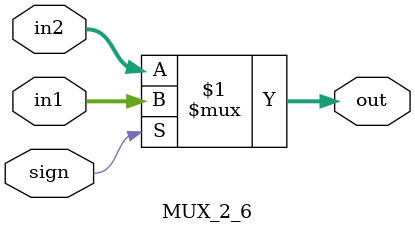
<source format=v>
module MUX_2_6 (in1,in2,sign,out);
  input [5:0] in1,in2;
  input sign;
  output [5:0] out;
  assign out = (sign)?in1:in2;
endmodule



</source>
